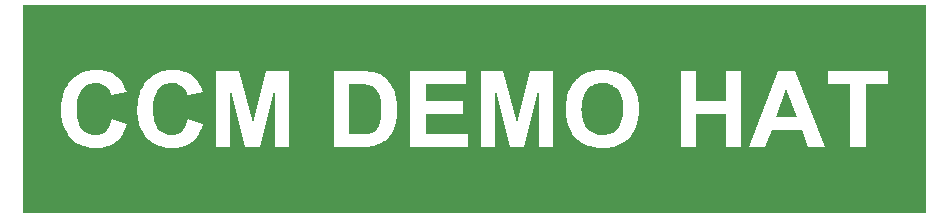
<source format=gto>
G04*
G04 #@! TF.GenerationSoftware,Altium Limited,Altium Designer,24.5.2 (23)*
G04*
G04 Layer_Color=65535*
%FSLAX44Y44*%
%MOMM*%
G71*
G04*
G04 #@! TF.SameCoordinates,FF7F0701-0BDD-48FF-8A56-710F3804CBA9*
G04*
G04*
G04 #@! TF.FilePolarity,Positive*
G04*
G01*
G75*
G36*
X1300028Y287131D02*
X534972D01*
Y462869D01*
X1300028D01*
Y287131D01*
D02*
G37*
%LPC*%
G36*
X663082Y408237D02*
X661971D01*
X659564Y408145D01*
X657157Y407867D01*
X655027Y407404D01*
X652898Y406849D01*
X651046Y406200D01*
X649194Y405460D01*
X647620Y404627D01*
X646139Y403793D01*
X644751Y402960D01*
X643640Y402127D01*
X642621Y401386D01*
X641788Y400738D01*
X641140Y400183D01*
X640677Y399720D01*
X640399Y399442D01*
X640306Y399349D01*
X638825Y397590D01*
X637622Y395739D01*
X636511Y393794D01*
X635585Y391758D01*
X634752Y389628D01*
X634103Y387591D01*
X633548Y385555D01*
X633085Y383610D01*
X632715Y381666D01*
X632529Y380000D01*
X632344Y378426D01*
X632159Y377129D01*
Y376018D01*
X632067Y375185D01*
Y374445D01*
X632159Y371667D01*
X632437Y369075D01*
X632807Y366575D01*
X633363Y364353D01*
X633918Y362224D01*
X634659Y360187D01*
X635400Y358428D01*
X636140Y356854D01*
X636881Y355372D01*
X637622Y354076D01*
X638362Y353058D01*
X638918Y352132D01*
X639473Y351484D01*
X639844Y350928D01*
X640121Y350651D01*
X640214Y350558D01*
X641788Y348984D01*
X643454Y347688D01*
X645213Y346484D01*
X646973Y345559D01*
X648732Y344725D01*
X650491Y343985D01*
X652157Y343429D01*
X653731Y342966D01*
X655305Y342596D01*
X656694Y342318D01*
X657990Y342133D01*
X659008Y342040D01*
X659934Y341948D01*
X660582Y341855D01*
X661138D01*
X663082Y341948D01*
X664841Y342040D01*
X666600Y342318D01*
X668174Y342688D01*
X669655Y343059D01*
X671044Y343429D01*
X672340Y343892D01*
X673544Y344448D01*
X674562Y344911D01*
X675488Y345373D01*
X676321Y345744D01*
X676969Y346114D01*
X677525Y346484D01*
X677895Y346762D01*
X678080Y346855D01*
X678173Y346947D01*
X679377Y347966D01*
X680488Y349077D01*
X682524Y351576D01*
X684191Y354169D01*
X685487Y356669D01*
X686042Y357872D01*
X686505Y358983D01*
X686876Y360002D01*
X687246Y360835D01*
X687524Y361576D01*
X687709Y362131D01*
X687802Y362501D01*
Y362594D01*
X675210Y366482D01*
X674470Y363983D01*
X673636Y361853D01*
X672803Y360094D01*
X671877Y358613D01*
X671137Y357502D01*
X670489Y356761D01*
X670026Y356298D01*
X669840Y356113D01*
X668359Y355002D01*
X666878Y354261D01*
X665396Y353706D01*
X664100Y353243D01*
X662897Y353058D01*
X661878Y352965D01*
X661508Y352873D01*
X661045D01*
X659749Y352965D01*
X658545Y353058D01*
X656323Y353706D01*
X654379Y354447D01*
X652805Y355465D01*
X651509Y356391D01*
X650583Y357132D01*
X650213Y357502D01*
X649935Y357780D01*
X649843Y357872D01*
X649750Y357965D01*
X649009Y358983D01*
X648361Y360187D01*
X647713Y361483D01*
X647250Y362872D01*
X646510Y365742D01*
X645954Y368612D01*
X645769Y370000D01*
X645676Y371204D01*
X645491Y372408D01*
Y373426D01*
X645399Y374167D01*
Y374815D01*
Y375278D01*
Y375370D01*
X645491Y377500D01*
X645584Y379444D01*
X645769Y381203D01*
X646047Y382870D01*
X646417Y384351D01*
X646787Y385740D01*
X647158Y386943D01*
X647620Y388054D01*
X647991Y388980D01*
X648361Y389813D01*
X648732Y390461D01*
X649102Y391017D01*
X649380Y391480D01*
X649565Y391758D01*
X649750Y391943D01*
Y392035D01*
X650583Y392961D01*
X651509Y393794D01*
X652435Y394442D01*
X653453Y394998D01*
X655397Y395924D01*
X657249Y396572D01*
X658823Y396942D01*
X659564Y397035D01*
X660119Y397127D01*
X660675Y397220D01*
X661323D01*
X663175Y397127D01*
X664841Y396757D01*
X666322Y396294D01*
X667618Y395739D01*
X668637Y395183D01*
X669378Y394720D01*
X669840Y394350D01*
X670026Y394257D01*
X671229Y393146D01*
X672340Y391850D01*
X673174Y390554D01*
X673821Y389258D01*
X674285Y388147D01*
X674562Y387314D01*
X674747Y386943D01*
Y386665D01*
X674840Y386573D01*
Y386480D01*
X687616Y389535D01*
X686691Y392220D01*
X685672Y394535D01*
X684561Y396572D01*
X683543Y398238D01*
X682524Y399534D01*
X682154Y400090D01*
X681784Y400553D01*
X681506Y400831D01*
X681228Y401108D01*
X681136Y401294D01*
X681043D01*
X679654Y402497D01*
X678080Y403608D01*
X676599Y404534D01*
X675025Y405275D01*
X673359Y406015D01*
X671785Y406571D01*
X670211Y407034D01*
X668729Y407404D01*
X667341Y407682D01*
X666045Y407867D01*
X664934Y408052D01*
X663915Y408145D01*
X663082Y408237D01*
D02*
G37*
G36*
X598459D02*
X597348D01*
X594941Y408145D01*
X592534Y407867D01*
X590404Y407404D01*
X588275Y406849D01*
X586423Y406200D01*
X584571Y405460D01*
X582998Y404627D01*
X581516Y403793D01*
X580127Y402960D01*
X579016Y402127D01*
X577998Y401386D01*
X577165Y400738D01*
X576517Y400183D01*
X576054Y399720D01*
X575776Y399442D01*
X575684Y399349D01*
X574202Y397590D01*
X572999Y395739D01*
X571888Y393794D01*
X570962Y391758D01*
X570129Y389628D01*
X569481Y387591D01*
X568925Y385555D01*
X568462Y383610D01*
X568092Y381666D01*
X567907Y380000D01*
X567721Y378426D01*
X567536Y377129D01*
Y376018D01*
X567444Y375185D01*
Y374445D01*
X567536Y371667D01*
X567814Y369075D01*
X568184Y366575D01*
X568740Y364353D01*
X569295Y362224D01*
X570036Y360187D01*
X570777Y358428D01*
X571517Y356854D01*
X572258Y355372D01*
X572999Y354076D01*
X573739Y353058D01*
X574295Y352132D01*
X574850Y351484D01*
X575221Y350928D01*
X575498Y350651D01*
X575591Y350558D01*
X577165Y348984D01*
X578831Y347688D01*
X580591Y346484D01*
X582350Y345559D01*
X584109Y344725D01*
X585868Y343985D01*
X587534Y343429D01*
X589108Y342966D01*
X590682Y342596D01*
X592071Y342318D01*
X593367Y342133D01*
X594385Y342040D01*
X595311Y341948D01*
X595959Y341855D01*
X596515D01*
X598459Y341948D01*
X600218Y342040D01*
X601977Y342318D01*
X603551Y342688D01*
X605032Y343059D01*
X606421Y343429D01*
X607717Y343892D01*
X608921Y344448D01*
X609939Y344911D01*
X610865Y345373D01*
X611698Y345744D01*
X612346Y346114D01*
X612902Y346484D01*
X613272Y346762D01*
X613457Y346855D01*
X613550Y346947D01*
X614754Y347966D01*
X615865Y349077D01*
X617901Y351576D01*
X619568Y354169D01*
X620864Y356669D01*
X621420Y357872D01*
X621883Y358983D01*
X622253Y360002D01*
X622623Y360835D01*
X622901Y361576D01*
X623086Y362131D01*
X623179Y362501D01*
Y362594D01*
X610587Y366482D01*
X609847Y363983D01*
X609013Y361853D01*
X608180Y360094D01*
X607254Y358613D01*
X606514Y357502D01*
X605866Y356761D01*
X605403Y356298D01*
X605218Y356113D01*
X603736Y355002D01*
X602255Y354261D01*
X600774Y353706D01*
X599477Y353243D01*
X598274Y353058D01*
X597255Y352965D01*
X596885Y352873D01*
X596422D01*
X595126Y352965D01*
X593922Y353058D01*
X591700Y353706D01*
X589756Y354447D01*
X588182Y355465D01*
X586886Y356391D01*
X585960Y357132D01*
X585590Y357502D01*
X585312Y357780D01*
X585220Y357872D01*
X585127Y357965D01*
X584386Y358983D01*
X583738Y360187D01*
X583090Y361483D01*
X582627Y362872D01*
X581887Y365742D01*
X581331Y368612D01*
X581146Y370000D01*
X581053Y371204D01*
X580868Y372408D01*
Y373426D01*
X580776Y374167D01*
Y374815D01*
Y375278D01*
Y375370D01*
X580868Y377500D01*
X580961Y379444D01*
X581146Y381203D01*
X581424Y382870D01*
X581794Y384351D01*
X582164Y385740D01*
X582535Y386943D01*
X582998Y388054D01*
X583368Y388980D01*
X583738Y389813D01*
X584109Y390461D01*
X584479Y391017D01*
X584757Y391480D01*
X584942Y391758D01*
X585127Y391943D01*
Y392035D01*
X585960Y392961D01*
X586886Y393794D01*
X587812Y394442D01*
X588830Y394998D01*
X590775Y395924D01*
X592626Y396572D01*
X594200Y396942D01*
X594941Y397035D01*
X595496Y397127D01*
X596052Y397220D01*
X596700D01*
X598552Y397127D01*
X600218Y396757D01*
X601699Y396294D01*
X602995Y395739D01*
X604014Y395183D01*
X604755Y394720D01*
X605218Y394350D01*
X605403Y394257D01*
X606606Y393146D01*
X607717Y391850D01*
X608550Y390554D01*
X609199Y389258D01*
X609661Y388147D01*
X609939Y387314D01*
X610124Y386943D01*
Y386665D01*
X610217Y386573D01*
Y386480D01*
X622994Y389535D01*
X622068Y392220D01*
X621049Y394535D01*
X619938Y396572D01*
X618920Y398238D01*
X617901Y399534D01*
X617531Y400090D01*
X617161Y400553D01*
X616883Y400831D01*
X616605Y401108D01*
X616513Y401294D01*
X616420D01*
X615031Y402497D01*
X613457Y403608D01*
X611976Y404534D01*
X610402Y405275D01*
X608736Y406015D01*
X607162Y406571D01*
X605588Y407034D01*
X604106Y407404D01*
X602718Y407682D01*
X601422Y407867D01*
X600311Y408052D01*
X599292Y408145D01*
X598459Y408237D01*
D02*
G37*
G36*
X1143217Y407034D02*
X1130256D01*
Y381851D01*
X1104981D01*
Y407034D01*
X1092019D01*
Y342966D01*
X1104981D01*
Y371019D01*
X1130256D01*
Y342966D01*
X1143217D01*
Y407034D01*
D02*
G37*
G36*
X984345D02*
X964902D01*
X953515Y363242D01*
X942035Y407034D01*
X922685D01*
Y342966D01*
X934628D01*
Y393331D01*
X947219Y342966D01*
X959718D01*
X972309Y393331D01*
X972402Y342966D01*
X984345D01*
Y407034D01*
D02*
G37*
G36*
X760479D02*
X741037D01*
X729649Y363242D01*
X718169Y407034D01*
X698819D01*
Y342966D01*
X710762D01*
Y393331D01*
X723353Y342966D01*
X735852D01*
X748443Y393331D01*
X748536Y342966D01*
X760479D01*
Y407034D01*
D02*
G37*
G36*
X1267556D02*
X1216728D01*
Y396202D01*
X1235708D01*
Y342966D01*
X1248669D01*
Y396202D01*
X1267556D01*
Y407034D01*
D02*
G37*
G36*
X1188583D02*
X1174881D01*
X1150069Y342966D01*
X1163771D01*
X1169048Y357502D01*
X1194786D01*
X1200341Y342966D01*
X1214321D01*
X1188583Y407034D01*
D02*
G37*
G36*
X910649D02*
X863154D01*
Y342966D01*
X911852D01*
Y353798D01*
X876115D01*
Y371204D01*
X908242D01*
Y382036D01*
X876115D01*
Y396202D01*
X910649D01*
Y407034D01*
D02*
G37*
G36*
X824084D02*
X798531D01*
Y342966D01*
X822788D01*
X825287Y343059D01*
X827602Y343152D01*
X829546Y343337D01*
X831120Y343614D01*
X832416Y343892D01*
X833435Y344077D01*
X833712Y344170D01*
X833990D01*
X834083Y344263D01*
X834175D01*
X836212Y345003D01*
X838064Y345836D01*
X839545Y346670D01*
X840841Y347503D01*
X841860Y348243D01*
X842600Y348799D01*
X843063Y349169D01*
X843248Y349355D01*
X844822Y351114D01*
X846211Y352965D01*
X847415Y354910D01*
X848341Y356669D01*
X849081Y358335D01*
X849452Y358983D01*
X849637Y359539D01*
X849822Y360094D01*
X850007Y360465D01*
X850100Y360650D01*
Y360742D01*
X850748Y362964D01*
X851303Y365279D01*
X851674Y367501D01*
X851859Y369630D01*
X851951Y370649D01*
X852044Y371574D01*
Y372315D01*
X852136Y373056D01*
Y374352D01*
X852044Y377592D01*
X851766Y380462D01*
X851674Y381851D01*
X851488Y383055D01*
X851303Y384258D01*
X851118Y385277D01*
X850840Y386203D01*
X850655Y387036D01*
X850470Y387776D01*
X850377Y388332D01*
X850192Y388795D01*
X850100Y389165D01*
X850007Y389350D01*
Y389443D01*
X849174Y391665D01*
X848155Y393702D01*
X847137Y395461D01*
X846118Y396942D01*
X845285Y398146D01*
X844545Y399072D01*
X844082Y399627D01*
X843989Y399812D01*
X843896D01*
X842323Y401294D01*
X840749Y402497D01*
X839082Y403516D01*
X837601Y404349D01*
X836305Y404997D01*
X835194Y405460D01*
X834823Y405552D01*
X834546Y405645D01*
X834361Y405738D01*
X834268D01*
X832509Y406200D01*
X830565Y406478D01*
X828528Y406756D01*
X826583Y406849D01*
X824824Y406941D01*
X824084Y407034D01*
D02*
G37*
G36*
X1026378Y408237D02*
X1025730D01*
X1022952Y408145D01*
X1020267Y407867D01*
X1017952Y407404D01*
X1015916Y406941D01*
X1015082Y406663D01*
X1014249Y406478D01*
X1013601Y406293D01*
X1013046Y406015D01*
X1012583Y405923D01*
X1012212Y405738D01*
X1012027Y405645D01*
X1011935D01*
X1010268Y404904D01*
X1008694Y403979D01*
X1007306Y402960D01*
X1006102Y402034D01*
X1005083Y401201D01*
X1004250Y400460D01*
X1003787Y399997D01*
X1003695Y399905D01*
X1003602Y399812D01*
X1002306Y398331D01*
X1001102Y396757D01*
X1000084Y395368D01*
X999251Y393979D01*
X998603Y392776D01*
X998047Y391850D01*
X997955Y391480D01*
X997769Y391202D01*
X997677Y391110D01*
Y391017D01*
X996751Y388424D01*
X996010Y385647D01*
X995547Y382870D01*
X995177Y380277D01*
X995085Y379074D01*
X994992Y377963D01*
X994899Y377037D01*
Y376204D01*
X994807Y375463D01*
Y374537D01*
X994899Y371760D01*
X995177Y369075D01*
X995547Y366575D01*
X996103Y364260D01*
X996751Y362131D01*
X997492Y360187D01*
X998232Y358335D01*
X999066Y356761D01*
X999806Y355280D01*
X1000547Y354076D01*
X1001288Y352965D01*
X1001936Y352039D01*
X1002491Y351391D01*
X1002861Y350836D01*
X1003139Y350558D01*
X1003232Y350466D01*
X1004898Y348892D01*
X1006657Y347595D01*
X1008417Y346392D01*
X1010361Y345466D01*
X1012212Y344633D01*
X1014157Y343892D01*
X1015916Y343337D01*
X1017767Y342874D01*
X1019434Y342503D01*
X1021008Y342226D01*
X1022396Y342040D01*
X1023600Y341948D01*
X1024526Y341855D01*
X1025267Y341763D01*
X1025915D01*
X1028507Y341855D01*
X1030914Y342133D01*
X1033229Y342596D01*
X1035358Y343152D01*
X1037395Y343800D01*
X1039247Y344540D01*
X1040913Y345281D01*
X1042487Y346114D01*
X1043783Y346947D01*
X1044987Y347688D01*
X1046005Y348429D01*
X1046838Y349077D01*
X1047579Y349632D01*
X1048042Y350095D01*
X1048320Y350373D01*
X1048412Y350466D01*
X1049894Y352225D01*
X1051190Y354076D01*
X1052393Y356021D01*
X1053319Y357965D01*
X1054153Y360002D01*
X1054893Y362038D01*
X1055449Y364075D01*
X1055912Y366020D01*
X1056189Y367779D01*
X1056467Y369538D01*
X1056652Y371019D01*
X1056837Y372315D01*
Y373426D01*
X1056930Y374259D01*
Y374907D01*
X1056837Y377777D01*
X1056560Y380462D01*
X1056189Y382962D01*
X1055634Y385369D01*
X1054986Y387499D01*
X1054245Y389535D01*
X1053504Y391387D01*
X1052671Y392961D01*
X1051838Y394442D01*
X1051097Y395739D01*
X1050357Y396850D01*
X1049708Y397775D01*
X1049246Y398424D01*
X1048783Y398979D01*
X1048505Y399257D01*
X1048412Y399349D01*
X1046746Y400923D01*
X1044987Y402312D01*
X1043135Y403516D01*
X1041283Y404534D01*
X1039339Y405367D01*
X1037488Y406108D01*
X1035636Y406663D01*
X1033877Y407126D01*
X1032210Y407497D01*
X1030636Y407774D01*
X1029248Y407960D01*
X1028044Y408145D01*
X1027118D01*
X1026378Y408237D01*
D02*
G37*
%LPD*%
G36*
X1190620Y368334D02*
X1172936D01*
X1181639Y392128D01*
X1190620Y368334D01*
D02*
G37*
G36*
X821121Y396109D02*
X822232D01*
X823158Y396016D01*
X823991D01*
X824824Y395924D01*
X825472D01*
X826491Y395739D01*
X827232Y395646D01*
X827694Y395553D01*
X827787D01*
X829083Y395183D01*
X830194Y394720D01*
X831213Y394257D01*
X832139Y393702D01*
X832786Y393239D01*
X833342Y392868D01*
X833620Y392591D01*
X833712Y392498D01*
X834546Y391572D01*
X835286Y390554D01*
X835934Y389535D01*
X836490Y388610D01*
X836860Y387684D01*
X837138Y386943D01*
X837323Y386480D01*
X837416Y386388D01*
Y386295D01*
X837879Y384629D01*
X838249Y382870D01*
X838434Y380925D01*
X838619Y379074D01*
X838712Y377500D01*
X838804Y376759D01*
Y376111D01*
Y375648D01*
Y375278D01*
Y375000D01*
Y374907D01*
X838712Y372315D01*
X838619Y369908D01*
X838342Y367964D01*
X838156Y366297D01*
X837879Y364908D01*
X837786Y364353D01*
X837601Y363983D01*
X837508Y363612D01*
Y363335D01*
X837416Y363242D01*
Y363149D01*
X836860Y361668D01*
X836397Y360372D01*
X835749Y359353D01*
X835286Y358520D01*
X834823Y357872D01*
X834453Y357409D01*
X834175Y357132D01*
X834083Y357039D01*
X833250Y356391D01*
X832416Y355835D01*
X831583Y355372D01*
X830750Y355002D01*
X830009Y354724D01*
X829454Y354539D01*
X829083Y354354D01*
X828898D01*
X827880Y354169D01*
X826676Y354076D01*
X825380Y353891D01*
X824084D01*
X822880Y353798D01*
X811492D01*
Y396202D01*
X819918D01*
X821121Y396109D01*
D02*
G37*
G36*
X1027396Y397127D02*
X1028785Y396942D01*
X1030081Y396757D01*
X1031284Y396387D01*
X1033414Y395461D01*
X1034432Y394998D01*
X1035266Y394535D01*
X1036099Y393979D01*
X1036747Y393517D01*
X1037302Y393054D01*
X1037858Y392591D01*
X1038228Y392220D01*
X1038506Y392035D01*
X1038599Y391850D01*
X1038691Y391758D01*
X1039524Y390647D01*
X1040358Y389443D01*
X1041006Y388239D01*
X1041561Y386851D01*
X1042394Y384073D01*
X1042950Y381388D01*
X1043228Y380185D01*
X1043320Y378981D01*
X1043413Y377963D01*
X1043505Y377037D01*
X1043598Y376204D01*
Y375648D01*
Y375278D01*
Y375185D01*
X1043505Y373148D01*
X1043413Y371204D01*
X1043135Y369445D01*
X1042857Y367871D01*
X1042487Y366297D01*
X1042024Y364908D01*
X1041561Y363705D01*
X1041098Y362594D01*
X1040635Y361576D01*
X1040173Y360742D01*
X1039802Y360002D01*
X1039339Y359353D01*
X1039062Y358891D01*
X1038784Y358613D01*
X1038691Y358428D01*
X1038599Y358335D01*
X1037673Y357317D01*
X1036654Y356483D01*
X1035543Y355743D01*
X1034525Y355095D01*
X1033414Y354632D01*
X1032395Y354169D01*
X1030359Y353521D01*
X1028600Y353058D01*
X1027859Y352965D01*
X1027211Y352873D01*
X1026655Y352780D01*
X1025915D01*
X1024526Y352873D01*
X1023137Y353058D01*
X1021841Y353336D01*
X1020638Y353706D01*
X1018416Y354539D01*
X1016656Y355650D01*
X1015823Y356113D01*
X1015175Y356669D01*
X1014527Y357132D01*
X1014064Y357594D01*
X1013694Y357872D01*
X1013416Y358150D01*
X1013231Y358335D01*
X1013138Y358428D01*
X1012305Y359539D01*
X1011472Y360742D01*
X1010824Y362038D01*
X1010268Y363427D01*
X1009342Y366112D01*
X1008787Y368797D01*
X1008602Y370093D01*
X1008417Y371204D01*
X1008324Y372315D01*
X1008231Y373241D01*
X1008139Y373982D01*
Y374537D01*
Y374907D01*
Y375000D01*
X1008231Y377037D01*
X1008324Y378889D01*
X1008602Y380648D01*
X1008879Y382314D01*
X1009250Y383795D01*
X1009620Y385184D01*
X1010083Y386388D01*
X1010546Y387499D01*
X1011009Y388517D01*
X1011472Y389350D01*
X1011842Y389999D01*
X1012212Y390647D01*
X1012490Y391110D01*
X1012768Y391387D01*
X1012860Y391572D01*
X1012953Y391665D01*
X1013879Y392683D01*
X1014897Y393517D01*
X1016008Y394257D01*
X1017027Y394905D01*
X1018138Y395461D01*
X1019249Y395831D01*
X1021285Y396572D01*
X1023137Y396942D01*
X1023878Y397035D01*
X1024619Y397127D01*
X1025174Y397220D01*
X1025915D01*
X1027396Y397127D01*
D02*
G37*
M02*

</source>
